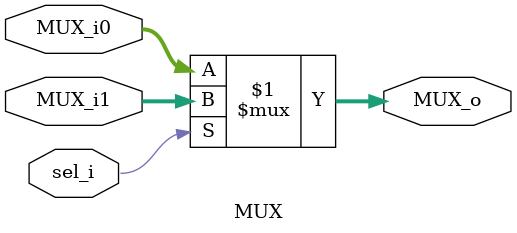
<source format=v>
`timescale 1ns / 1ps


module MUX(
    input [31:0] MUX_i0,
    input [31:0] MUX_i1,
    input        sel_i,
    output [31:0] MUX_o
    );
    
    assign MUX_o = sel_i ? MUX_i1 : MUX_i0;
    
endmodule

</source>
